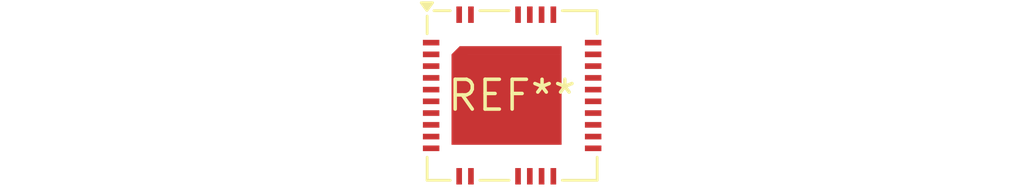
<source format=kicad_pcb>
(kicad_pcb (version 20240108) (generator pcbnew)
  (layers (0 "F.Cu" signal) (31 "B.Cu" signal) (34 "B.Paste" user) (35 "F.Paste" user) (36 "B.SilkS" user "B.Silkscreen") (37 "F.SilkS" user "F.Silkscreen") (38 "B.Mask" user) (39 "F.Mask" user) (44 "Edge.Cuts" user))
  (net 0 "")
  (footprint "Infineon_MLPQ-40-32-1EP_7x7mm_P0.5mm" (layer "F.Cu") (at 0 0)
    (property "Reference" "REF**")
    (property "Value" "Infineon_MLPQ-40-32-1EP_7x7mm_P0.5mm")
    (fp_line (start -3.61 -3.38) (end -3.61 -2.63) (layer "F.SilkS") (stroke (width 0.12)))
    (fp_line (start -3.61 3.61) (end -3.61 2.63) (layer "F.SilkS") (stroke (width 0.12)))
    (fp_line (start -2.63 -3.61) (end -3.32 -3.61) (layer "F.SilkS") (stroke (width 0.12)))
    (fp_line (start -2.63 3.61) (end -3.61 3.61) (layer "F.SilkS") (stroke (width 0.12)))
    (fp_line (start -0.13 -3.61) (end -1.37 -3.61) (layer "F.SilkS") (stroke (width 0.12)))
    (fp_line (start -0.13 3.61) (end -1.37 3.61) (layer "F.SilkS") (stroke (width 0.12)))
    (fp_line (start 3.61 -3.61) (end 2.13 -3.61) (layer "F.SilkS") (stroke (width 0.12)))
    (fp_line (start 3.61 -3.61) (end 3.61 -2.63) (layer "F.SilkS") (stroke (width 0.12)))
    (fp_line (start 3.61 3.61) (end 2.13 3.61) (layer "F.SilkS") (stroke (width 0.12)))
    (fp_line (start 3.61 3.61) (end 3.61 2.63) (layer "F.SilkS") (stroke (width 0.12)))
    (fp_poly (pts (xy -3.62 -3.62) (xy -3.86 -3.95) (xy -3.38 -3.95) (xy -3.62 -3.62)) (layer "F.SilkS") (stroke (width 0.12)) (fill solid))
    (pad "1" smd rect (at -3.44 -2.25) (size 0.7 0.24) (layers "F.Cu" "F.Mask"))
    (pad "2" smd rect (at -3.44 -1.75) (size 0.7 0.24) (layers "F.Cu" "F.Mask"))
    (pad "3" smd rect (at -3.44 -1.25) (size 0.7 0.24) (layers "F.Cu" "F.Mask"))
    (pad "4" smd rect (at -3.44 -0.75) (size 0.7 0.24) (layers "F.Cu" "F.Mask"))
    (pad "5" smd rect (at -3.44 -0.25) (size 0.7 0.24) (layers "F.Cu" "F.Mask"))
    (pad "6" smd rect (at -3.44 0.25) (size 0.7 0.24) (layers "F.Cu" "F.Mask"))
    (pad "7" smd rect (at -3.44 0.75) (size 0.7 0.24) (layers "F.Cu" "F.Mask"))
    (pad "8" smd rect (at -3.44 1.25) (size 0.7 0.24) (layers "F.Cu" "F.Mask"))
    (pad "9" smd rect (at -3.44 1.75) (size 0.7 0.24) (layers "F.Cu" "F.Mask"))
    (pad "10" smd rect (at -3.44 2.25) (size 0.7 0.24) (layers "F.Cu" "F.Mask"))
    (pad "11" smd rect (at -2.25 3.44) (size 0.24 0.7) (layers "F.Cu" "F.Mask"))
    (pad "12" smd rect (at -1.75 3.44) (size 0.24 0.7) (layers "F.Cu" "F.Mask"))
    (pad "13" smd rect (at 0.25 3.44) (size 0.24 0.7) (layers "F.Cu" "F.Mask"))
    (pad "14" smd rect (at 0.75 3.44) (size 0.24 0.7) (layers "F.Cu" "F.Mask"))
    (pad "15" smd rect (at 1.25 3.44) (size 0.24 0.7) (layers "F.Cu" "F.Mask"))
    (pad "16" smd rect (at 1.75 3.44) (size 0.24 0.7) (layers "F.Cu" "F.Mask"))
    (pad "17" smd rect (at 3.44 2.25) (size 0.7 0.24) (layers "F.Cu" "F.Mask"))
    (pad "18" smd rect (at 3.44 1.75) (size 0.7 0.24) (layers "F.Cu" "F.Mask"))
    (pad "19" smd rect (at 3.44 1.25) (size 0.7 0.24) (layers "F.Cu" "F.Mask"))
    (pad "20" smd rect (at 3.44 0.75) (size 0.7 0.24) (layers "F.Cu" "F.Mask"))
    (pad "21" smd rect (at 3.44 0.25) (size 0.7 0.24) (layers "F.Cu" "F.Mask"))
    (pad "22" smd rect (at 3.44 -0.25) (size 0.7 0.24) (layers "F.Cu" "F.Mask"))
    (pad "23" smd rect (at 3.44 -0.75) (size 0.7 0.24) (layers "F.Cu" "F.Mask"))
    (pad "24" smd rect (at 3.44 -1.25) (size 0.7 0.24) (layers "F.Cu" "F.Mask"))
    (pad "25" smd rect (at 3.44 -1.75) (size 0.7 0.24) (layers "F.Cu" "F.Mask"))
    (pad "26" smd rect (at 3.44 -2.25) (size 0.7 0.24) (layers "F.Cu" "F.Mask"))
    (pad "27" smd rect (at 1.75 -3.44) (size 0.24 0.7) (layers "F.Cu" "F.Mask"))
    (pad "28" smd rect (at 1.25 -3.44) (size 0.24 0.7) (layers "F.Cu" "F.Mask"))
    (pad "29" smd rect (at 0.75 -3.44) (size 0.24 0.7) (layers "F.Cu" "F.Mask"))
    (pad "30" smd rect (at 0.25 -3.44) (size 0.24 0.7) (layers "F.Cu" "F.Mask"))
    (pad "31" smd rect (at -1.75 -3.44) (size 0.24 0.7) (layers "F.Cu" "F.Mask"))
    (pad "32" smd rect (at -2.25 -3.44) (size 0.24 0.7) (layers "F.Cu" "F.Mask"))
    (pad "33" smd rect (at -2.225 -1.75 45) (size 0.495 0.495) (layers "F.Cu" "F.Mask"))
    (pad "33" smd rect (at -0.2375 0.175) (size 4.675 3.85) (layers "F.Cu" "F.Mask"))
    (pad "33" smd rect (at -0.0625 -1.925) (size 4.325 0.35) (layers "F.Cu" "F.Mask"))
  )
)
</source>
